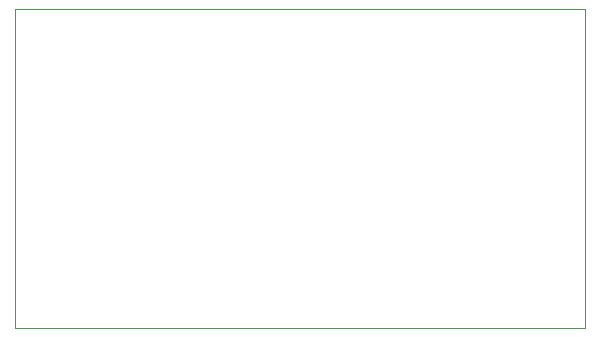
<source format=gko>
G04 #@! TF.FileFunction,Profile,NP*
%FSLAX46Y46*%
G04 Gerber Fmt 4.6, Leading zero omitted, Abs format (unit mm)*
G04 Created by KiCad (PCBNEW (2014-11-09 BZR 5259)-product) date Mon 22 Dec 2014 02:38:55 PM PST*
%MOMM*%
G01*
G04 APERTURE LIST*
%ADD10C,0.100000*%
G04 APERTURE END LIST*
D10*
X130048000Y-73279000D02*
X130048000Y-46228000D01*
X178308000Y-73279000D02*
X178308000Y-46228000D01*
X130048000Y-73279000D02*
X178308000Y-73279000D01*
X130048000Y-46228000D02*
X178308000Y-46228000D01*
M02*

</source>
